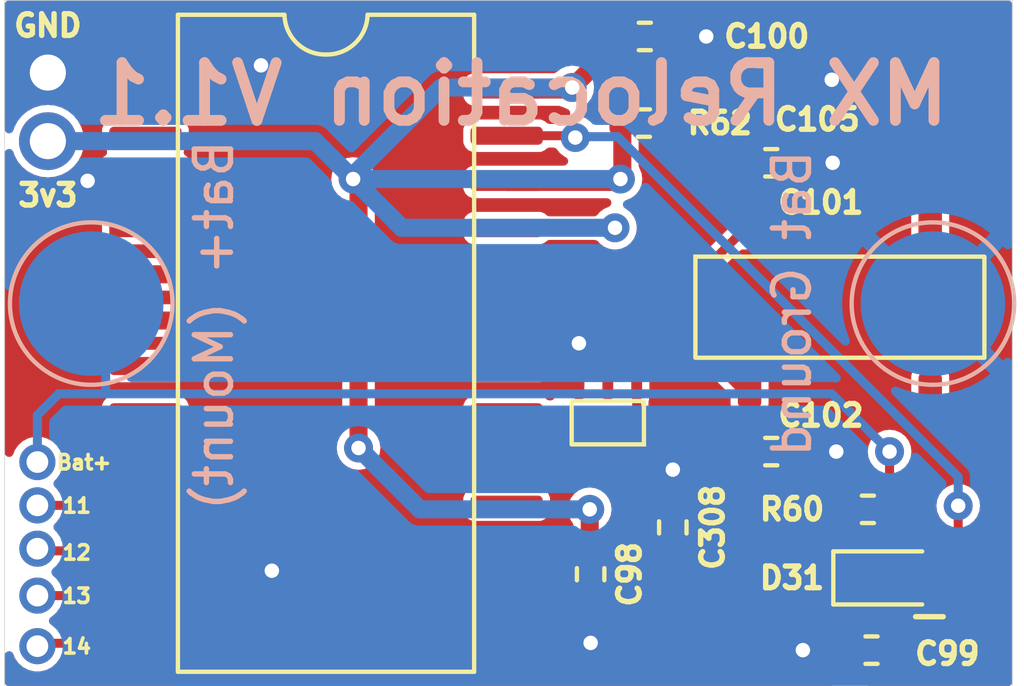
<source format=kicad_pcb>
(kicad_pcb (version 20221018) (generator pcbnew)
  (layers (0 "F.Cu" signal) (31 "B.Cu" signal) (34 "B.Paste" user) (35 "F.Paste" user) (36 "B.SilkS" user "B.Silkscreen") (37 "F.SilkS" user "F.Silkscreen") (38 "B.Mask" user) (39 "F.Mask" user) (44 "Edge.Cuts" user))
  (net 0 "")
  (net 1 "14Dat")
  (net 2 "13Dat")
  (net 3 "12Dat")
  (net 4 "11Dat")
  (net 5 "Gnd")
  (net 6 "3V3")
  (net 7 "U22_3")
  (net 8 "U22_5")
  (net 9 "X2_3")
  (net 10 "X2_1")
  (net 11 "Bat+0")
  (net 12 "Bat+1")
  (net 13 "Bat+2")
  (footprint "Resistor_SMD:R_0402_1005Metric_Pad0.72x0.64mm_HandSolder" (layer "F.Cu") (at 154.6 105.1 90)
    (fp_text reference "C308" (at 0 1.1 90) (layer "F.SilkS") (effects (font (size 0.6 0.6))))
    (fp_text value "R_0402_1005Metric_Pad0.72x0.64mm_HandSolder" hide)
    (fp_line (start -0.167621 -0.38) (end 0.167621 -0.38) (stroke (width 0.12)) (layer "F.SilkS"))
    (fp_line (start -0.167621 0.38) (end 0.167621 0.38) (stroke (width 0.12)) (layer "F.SilkS"))
    (pad "1" smd roundrect (at -0.5975 0 90) (size 0.715 0.64) (layers "F.Cu" "F.Paste" "F.Mask") (net 8 "U22_5"))
    (pad "2" smd roundrect (at 0.5975 0 90) (size 0.715 0.64) (layers "F.Cu" "F.Paste" "F.Mask") (net 5 "Gnd"))
  )
  (footprint "Resistor_SMD:R_0402_1005Metric_Pad0.72x0.64mm_HandSolder" (layer "F.Cu") (at 157.325 95)
    (fp_text reference "C101" (at 1.375 1.1) (layer "F.SilkS") (effects (font (size 0.6 0.6))))
    (fp_text value "R_0402_1005Metric_Pad0.72x0.64mm_HandSolder" hide)
    (fp_line (start -0.167621 -0.38) (end 0.167621 -0.38) (stroke (width 0.12)) (layer "F.SilkS"))
    (fp_line (start -0.167621 0.38) (end 0.167621 0.38) (stroke (width 0.12)) (layer "F.SilkS"))
    (pad "1" smd roundrect (at -0.5975 0) (size 0.715 0.64) (layers "F.Cu" "F.Paste" "F.Mask") (net 10 "X2_1"))
    (pad "2" smd roundrect (at 0.5975 0) (size 0.715 0.64) (layers "F.Cu" "F.Paste" "F.Mask") (net 5 "Gnd"))
  )
  (footprint "Resistor_SMD:R_0402_1005Metric_Pad0.72x0.64mm_HandSolder" (layer "F.Cu") (at 153.8 93.9)
    (fp_text reference "R62" (at 2.1 0) (layer "F.SilkS") (effects (font (size 0.6 0.6))))
    (fp_text value "R_0402_1005Metric_Pad0.72x0.64mm_HandSolder" hide)
    (fp_line (start -0.167621 -0.38) (end 0.167621 -0.38) (stroke (width 0.12)) (layer "F.SilkS"))
    (fp_line (start -0.167621 0.38) (end 0.167621 0.38) (stroke (width 0.12)) (layer "F.SilkS"))
    (pad "1" smd roundrect (at -0.5975 0) (size 0.715 0.64) (layers "F.Cu" "F.Paste" "F.Mask") (net 6 "3V3"))
    (pad "2" smd roundrect (at 0.5975 0) (size 0.715 0.64) (layers "F.Cu" "F.Paste" "F.Mask") (net 6 "3V3"))
  )
  (footprint "TestPoint:TestPoint_Pad_D4.0mm" (layer "F.Cu") (at 161.8 98.9)
    (fp_text reference "REF**" hide)
    (fp_text value "Bat Ground" (at -3.9 0 270) (layer "B.SilkS") (effects (justify mirror)))
    (fp_circle (center 0 0) (end 2.25 0) (stroke (width 0.12)) (fill none) (layer "B.SilkS"))
    (pad "1" smd circle (at 0 0) (size 4 4) (layers "B.Cu" "B.Mask") (net 5 "Gnd"))
  )
  (footprint "TestPoint:TestPoint_Pad_D4.0mm" (layer "F.Cu") (at 138.5 98.9)
    (fp_text reference "REF**" hide)
    (fp_text value "Bat+ (Mount)" (at 3.4 0.6 270) (layer "B.SilkS") (effects (justify mirror)))
    (fp_circle (center 0 0) (end 2.25 0) (stroke (width 0.12)) (fill none) (layer "B.SilkS"))
    (pad "1" smd circle (at 0 0) (size 4 4) (layers "B.Cu" "B.Mask") (net 11 "Bat+0"))
  )
  (footprint "Symbol:U22 Wii" (layer "F.Cu") (at 152.8 102.2)
    (fp_text reference "REF**" hide)
    (fp_text value "U22")
    (fp_rect (start 1 0.6) (end -1 -0.6) (stroke (width 0.12)) (fill none) (layer "F.SilkS"))
    (pad "1" smd roundrect (at -0.8 -1.05) (size 0.3 0.8) (layers "F.Cu" "F.Paste" "F.Mask") (net 5 "Gnd"))
    (pad "2" smd roundrect (at 0 -1.05) (size 0.3 0.8) (layers "F.Cu" "F.Paste" "F.Mask"))
    (pad "3" smd roundrect (at 0.8 -1.05) (size 0.3 0.8) (layers "F.Cu" "F.Paste" "F.Mask") (net 7 "U22_3"))
    (pad "4" smd roundrect (at -0.75 1.05) (size 0.4 0.8) (layers "F.Cu" "F.Paste" "F.Mask"))
    (pad "5" smd roundrect (at 0.75 1.05) (size 0.4 0.8) (layers "F.Cu" "F.Paste" "F.Mask") (net 8 "U22_5"))
  )
  (footprint "Resistor_SMD:R_0402_1005Metric_Pad0.72x0.64mm_HandSolder" (layer "F.Cu") (at 157.325 103)
    (fp_text reference "C102" (at 1.375 -1) (layer "F.SilkS") (effects (font (size 0.6 0.6))))
    (fp_text value "R_0402_1005Metric_Pad0.72x0.64mm_HandSolder" hide)
    (fp_line (start -0.167621 -0.38) (end 0.167621 -0.38) (stroke (width 0.12)) (layer "F.SilkS"))
    (fp_line (start -0.167621 0.38) (end 0.167621 0.38) (stroke (width 0.12)) (layer "F.SilkS"))
    (pad "1" smd roundrect (at -0.5975 0) (size 0.715 0.64) (layers "F.Cu" "F.Paste" "F.Mask") (net 9 "X2_3"))
    (pad "2" smd roundrect (at 0.5975 0) (size 0.715 0.64) (layers "F.Cu" "F.Paste" "F.Mask") (net 5 "Gnd"))
  )
  (footprint "Diode_SMD:D_0603_1608Metric_Pad1.05x0.95mm_HandSolder" (layer "F.Cu") (at 160.7025 106.5)
    (fp_text reference "D31" (at -2.8025 0) (layer "F.SilkS") (effects (font (size 0.6 0.6))))
    (fp_text value "D_0603_1608Metric_Pad1.05x0.95mm_HandSolder" hide)
    (fp_line (start -1.66 -0.735) (end -1.66 0.735) (stroke (width 0.12)) (layer "F.SilkS"))
    (fp_line (start -1.66 0.735) (end 0.8 0.735) (stroke (width 0.12)) (layer "F.SilkS"))
    (fp_line (start 0.8 -0.735) (end -1.66 -0.735) (stroke (width 0.12)) (layer "F.SilkS"))
    (pad "1" smd roundrect (at -0.875 0) (size 1.05 0.95) (layers "F.Cu" "F.Paste" "F.Mask") (net 12 "Bat+1"))
    (pad "2" smd roundrect (at 0.875 0) (size 1.05 0.95) (layers "F.Cu" "F.Paste" "F.Mask") (net 13 "Bat+2"))
  )
  (footprint "Symbol:MX Chip WiiGC" (layer "F.Cu") (at 145 100)
    (fp_text reference "Bot" hide)
    (fp_text value "MX Chip WiiGC")
    (fp_line (start -4.1 -9.1) (end -4.1 9.1) (stroke (width 0.12)) (layer "F.SilkS"))
    (fp_line (start -4.1 9.1) (end 4.1 9.1) (stroke (width 0.12)) (layer "F.SilkS"))
    (fp_line (start -1.15 -9.1) (end -4.1 -9.1) (stroke (width 0.12)) (layer "F.SilkS"))
    (fp_line (start 1.15 -9.1) (end 4.1 -9.1) (stroke (width 0.12)) (layer "F.SilkS"))
    (fp_line (start 4.1 -9.1) (end 4.1 9.1) (stroke (width 0.12)) (layer "F.SilkS"))
    (fp_arc (start 0 -8) (mid -0.802817 -8.311827) (end -1.15 -9.1) (stroke (width 0.12)) (layer "F.SilkS"))
    (fp_arc (start 1.15 -9.1) (mid 0.802817 -8.311827) (end 0 -8) (stroke (width 0.12)) (layer "F.SilkS"))
    (pad "1" smd roundrect (at -5 -8.31) (size 2 0.5) (layers "F.Cu" "F.Paste" "F.Mask"))
    (pad "1" smd roundrect (at 5 -8.31) (size 2 0.5) (layers "F.Cu" "F.Paste" "F.Mask"))
    (pad "2" smd roundrect (at -5 -7.03) (size 2 0.5) (layers "F.Cu" "F.Paste" "F.Mask"))
    (pad "2" smd roundrect (at 5 -7.03) (size 2 0.5) (layers "F.Cu" "F.Paste" "F.Mask") (net 6 "3V3"))
    (pad "3" smd roundrect (at -5 -5.75) (size 2 0.5) (layers "F.Cu" "F.Paste" "F.Mask"))
    (pad "3" smd roundrect (at 5 -5.75) (size 2 0.5) (layers "F.Cu" "F.Paste" "F.Mask") (net 13 "Bat+2"))
    (pad "4" smd roundrect (at -5 -4.47) (size 2 0.5) (layers "F.Cu" "F.Paste" "F.Mask") (net 5 "Gnd"))
    (pad "4" smd roundrect (at 5 -4.47) (size 2 0.5) (layers "F.Cu" "F.Paste" "F.Mask") (net 6 "3V3"))
    (pad "5" smd roundrect (at -5 -3.19) (size 2 0.5) (layers "F.Cu" "F.Paste" "F.Mask"))
    (pad "5" smd roundrect (at 5 -3.19) (size 2 0.5) (layers "F.Cu" "F.Paste" "F.Mask") (net 6 "3V3"))
    (pad "6" smd roundrect (at -5 -1.91) (size 2 0.5) (layers "F.Cu" "F.Paste" "F.Mask"))
    (pad "6" smd roundrect (at 5 -1.91) (size 2 0.5) (layers "F.Cu" "F.Paste" "F.Mask") (net 10 "X2_1"))
    (pad "7" smd roundrect (at -5 -0.63) (size 2 0.5) (layers "F.Cu" "F.Paste" "F.Mask"))
    (pad "7" smd roundrect (at 5 -0.63) (size 2 0.5) (layers "F.Cu" "F.Paste" "F.Mask") (net 9 "X2_3"))
    (pad "8" smd roundrect (at -5 0.63) (size 2 0.5) (layers "F.Cu" "F.Paste" "F.Mask"))
    (pad "8" smd roundrect (at 5 0.63) (size 2 0.5) (layers "F.Cu" "F.Paste" "F.Mask"))
    (pad "9" smd roundrect (at -5 1.91) (size 2 0.5) (layers "F.Cu" "F.Paste" "F.Mask"))
    (pad "9" smd roundrect (at 5 1.91) (size 2 0.5) (layers "F.Cu" "F.Paste" "F.Mask") (net 7 "U22_3"))
    (pad "10" smd roundrect (at -5 3.19) (size 2 0.5) (layers "F.Cu" "F.Paste" "F.Mask"))
    (pad "10" smd roundrect (at 5 3.19) (size 2 0.5) (layers "F.Cu" "F.Paste" "F.Mask"))
    (pad "11" smd roundrect (at -5 4.47) (size 2 0.5) (layers "F.Cu" "F.Paste" "F.Mask") (net 4 "11Dat"))
    (pad "11" smd roundrect (at 5 4.47) (size 2 0.5) (layers "F.Cu" "F.Paste" "F.Mask"))
    (pad "12" smd roundrect (at -5 5.75) (size 2 0.5) (layers "F.Cu" "F.Paste" "F.Mask") (net 3 "12Dat"))
    (pad "12" smd roundrect (at 5 5.75) (size 2 0.5) (layers "F.Cu" "F.Paste" "F.Mask") (net 6 "3V3"))
    (pad "13" smd roundrect (at -5 7.03) (size 2 0.5) (layers "F.Cu" "F.Paste" "F.Mask") (net 2 "13Dat"))
    (pad "13" smd roundrect (at 5 7.03) (size 2 0.5) (layers "F.Cu" "F.Paste" "F.Mask") (net 5 "Gnd"))
    (pad "14" smd roundrect (at -5 8.31) (size 2 0.5) (layers "F.Cu" "F.Paste" "F.Mask") (net 1 "14Dat"))
    (pad "14" smd roundrect (at 5 8.31) (size 2 0.5) (layers "F.Cu" "F.Paste" "F.Mask"))
  )
  (footprint "Resistor_SMD:R_0402_1005Metric_Pad0.72x0.64mm_HandSolder" (layer "F.Cu") (at 160 104.6)
    (fp_text reference "R60" (at -2.1 0) (layer "F.SilkS") (effects (font (size 0.6 0.6))))
    (fp_text value "R_0402_1005Metric_Pad0.72x0.64mm_HandSolder" hide)
    (fp_line (start -0.167621 -0.38) (end 0.167621 -0.38) (stroke (width 0.12)) (layer "F.SilkS"))
    (fp_line (start -0.167621 0.38) (end 0.167621 0.38) (stroke (width 0.12)) (layer "F.SilkS"))
    (pad "1" smd roundrect (at -0.5975 0) (size 0.715 0.64) (layers "F.Cu" "F.Paste" "F.Mask") (net 12 "Bat+1"))
    (pad "2" smd roundrect (at 0.5975 0) (size 0.715 0.64) (layers "F.Cu" "F.Paste" "F.Mask") (net 11 "Bat+0"))
  )
  (footprint "Resistor_SMD:R_0402_1005Metric_Pad0.72x0.64mm_HandSolder" (layer "F.Cu") (at 157.1 92.7)
    (fp_text reference "C105" (at 1.5 1.1) (layer "F.SilkS") (effects (font (size 0.6 0.6))))
    (fp_text value "R_0402_1005Metric_Pad0.72x0.64mm_HandSolder" hide)
    (fp_line (start -0.167621 -0.38) (end 0.167621 -0.38) (stroke (width 0.12)) (layer "F.SilkS"))
    (fp_line (start -0.167621 0.38) (end 0.167621 0.38) (stroke (width 0.12)) (layer "F.SilkS"))
    (pad "1" smd roundrect (at -0.5975 0) (size 0.715 0.64) (layers "F.Cu" "F.Paste" "F.Mask") (net 6 "3V3"))
    (pad "2" smd roundrect (at 0.5975 0) (size 0.715 0.64) (layers "F.Cu" "F.Paste" "F.Mask") (net 5 "Gnd"))
  )
  (footprint "Resistor_SMD:R_0402_1005Metric_Pad0.72x0.64mm_HandSolder" (layer "F.Cu") (at 152.325 106.3975 90)
    (fp_text reference "C98" (at -0.0025 1.075 90) (layer "F.SilkS") (effects (font (size 0.6 0.6))))
    (fp_text value "R_0402_1005Metric_Pad0.72x0.64mm_HandSolder" hide)
    (fp_line (start -0.167621 -0.38) (end 0.167621 -0.38) (stroke (width 0.12)) (layer "F.SilkS"))
    (fp_line (start -0.167621 0.38) (end 0.167621 0.38) (stroke (width 0.12)) (layer "F.SilkS"))
    (pad "1" smd roundrect (at -0.5975 0 90) (size 0.715 0.64) (layers "F.Cu" "F.Paste" "F.Mask") (net 5 "Gnd"))
    (pad "2" smd roundrect (at 0.5975 0 90) (size 0.715 0.64) (layers "F.Cu" "F.Paste" "F.Mask") (net 6 "3V3"))
  )
  (footprint "Symbol:Transducer X2 Wii" (layer "F.Cu") (at 159.225 99)
    (fp_text reference "REF**" hide)
    (fp_text value "X2")
    (fp_rect (start -4 -1.4) (end 4 1.4) (stroke (width 0.12)) (fill none) (layer "F.SilkS"))
    (pad "1" smd roundrect (at -2.5 -2.3 270) (size 1 0.65) (layers "F.Cu" "F.Paste" "F.Mask") (net 10 "X2_1"))
    (pad "2" smd roundrect (at 2.5 -2.3 270) (size 1 0.65) (layers "F.Cu" "F.Paste" "F.Mask"))
    (pad "3" smd roundrect (at -2.5 2.3 270) (size 1 0.65) (layers "F.Cu" "F.Paste" "F.Mask") (net 9 "X2_3"))
    (pad "4" smd roundrect (at 2.5 2.3 270) (size 1 0.65) (layers "F.Cu" "F.Paste" "F.Mask"))
  )
  (footprint "Resistor_SMD:R_0402_1005Metric_Pad0.72x0.64mm_HandSolder" (layer "F.Cu") (at 160.1 108.5)
    (fp_text reference "C99" (at 2.1 0.1) (layer "F.SilkS") (effects (font (size 0.6 0.6))))
    (fp_text value "R_0402_1005Metric_Pad0.72x0.64mm_HandSolder" hide)
    (fp_line (start -0.167621 -0.38) (end 0.167621 -0.38) (stroke (width 0.12)) (layer "F.SilkS"))
    (fp_line (start -0.167621 0.38) (end 0.167621 0.38) (stroke (width 0.12)) (layer "F.SilkS"))
    (pad "1" smd roundrect (at -0.5975 0) (size 0.715 0.64) (layers "F.Cu" "F.Paste" "F.Mask") (net 5 "Gnd"))
    (pad "2" smd roundrect (at 0.5975 0) (size 0.715 0.64) (layers "F.Cu" "F.Paste" "F.Mask") (net 13 "Bat+2"))
  )
  (footprint "Resistor_SMD:R_0402_1005Metric_Pad0.72x0.64mm_HandSolder" (layer "F.Cu") (at 153.825 91.5)
    (fp_text reference "C100" (at 3.375 0) (layer "F.SilkS") (effects (font (size 0.6 0.6))))
    (fp_text value "R_0402_1005Metric_Pad0.72x0.64mm_HandSolder" hide)
    (fp_line (start -0.167621 -0.38) (end 0.167621 -0.38) (stroke (width 0.12)) (layer "F.SilkS"))
    (fp_line (start -0.167621 0.38) (end 0.167621 0.38) (stroke (width 0.12)) (layer "F.SilkS"))
    (pad "1" smd roundrect (at -0.5975 0) (size 0.715 0.64) (layers "F.Cu" "F.Paste" "F.Mask") (net 6 "3V3"))
    (pad "2" smd roundrect (at 0.5975 0) (size 0.715 0.64) (layers "F.Cu" "F.Paste" "F.Mask") (net 5 "Gnd"))
  )
  (gr_rect (start 136.1 90.5) (end 164 109.5) (stroke (width 0.02)) (fill none) (layer "Edge.Cuts"))
  (gr_text "MX Relocation V1.1" (at 150.4 93.1) (layer "B.SilkS") (effects (font (size 1.6 1.6) (thickness 0.3)) (justify mirror)))
  (gr_text "13" (at 138.1 107) (layer "F.SilkS") (effects (font (size 0.4 0.4) (thickness 0.1))))
  (gr_text "Bat+" (at 138.3 103.3) (layer "F.SilkS") (effects (font (size 0.4 0.4) (thickness 0.1))))
  (gr_text "GND" (at 137.3 91.2) (layer "F.SilkS") (effects (font (size 0.6 0.6))))
  (gr_text "12" (at 138.1 105.8) (layer "F.SilkS") (effects (font (size 0.4 0.4) (thickness 0.1))))
  (gr_text "14" (at 138.1 108.4) (layer "F.SilkS") (effects (font (size 0.4 0.4) (thickness 0.1))))
  (gr_text "-" (at 161.7025 107.5) (layer "F.SilkS") (effects (font (size 1 1))))
  (gr_text "3v3" (at 137.3 95.9) (layer "F.SilkS") (effects (font (size 0.6 0.6))))
  (gr_text "11" (at 138.1 104.5) (layer "F.SilkS") (effects (font (size 0.4 0.4) (thickness 0.1))))
  (segment (start 137.09 108.31) (end 137.01 108.39) (width 0.25) (layer "F.Cu") (net 1))
  (segment (start 140 108.31) (end 137.09 108.31) (width 0.25) (layer "F.Cu") (net 1))
  (segment (start 137.1 108.3) (end 137.01 108.39) (width 0.25) (layer "F.Cu") (net 1))
  (via (at 137.01 108.39) (size 1) (drill 0.6) (layers "F.Cu" "B.Cu") (net 1))
  (segment (start 140 107.03) (end 139.96 106.99) (width 0.25) (layer "F.Cu") (net 2))
  (segment (start 137.04 107.02) (end 137.01 106.99) (width 0.25) (layer "F.Cu") (net 2))
  (segment (start 139.96 106.99) (end 137.01 106.99) (width 0.25) (layer "F.Cu") (net 2))
  (via (at 137.01 106.99) (size 1) (drill 0.6) (layers "F.Cu" "B.Cu") (net 2))
  (segment (start 137.06 105.74) (end 137.01 105.69) (width 0.25) (layer "F.Cu") (net 3))
  (segment (start 140 105.75) (end 137.07 105.75) (width 0.25) (layer "F.Cu") (net 3))
  (segment (start 137.07 105.75) (end 137.01 105.69) (width 0.25) (layer "F.Cu") (net 3))
  (via (at 137.01 105.69) (size 1) (drill 0.6) (layers "F.Cu" "B.Cu") (net 3))
  (segment (start 137.04 104.46) (end 137.01 104.49) (width 0.25) (layer "F.Cu") (net 4))
  (segment (start 140 104.47) (end 139.98 104.49) (width 0.25) (layer "F.Cu") (net 4))
  (segment (start 139.98 104.49) (end 137.01 104.49) (width 0.25) (layer "F.Cu") (net 4))
  (via (at 137.01 104.49) (size 1) (drill 0.6) (layers "F.Cu" "B.Cu") (net 4))
  (segment (start 154.6 104.5025) (end 154.6 103.5) (width 0.25) (layer "F.Cu") (net 5))
  (segment (start 159.125 103) (end 157.9225 103) (width 0.25) (layer "F.Cu") (net 5))
  (segment (start 157.6975 92.7) (end 159 92.7) (width 0.25) (layer "F.Cu") (net 5))
  (segment (start 158.2 108.5) (end 159.5025 108.5) (width 0.25) (layer "F.Cu") (net 5))
  (segment (start 140 95.53) (end 138.43 95.53) (width 0.25) (layer "F.Cu") (net 5))
  (segment (start 152.325 108.3) (end 152.325 106.995) (width 0.25) (layer "F.Cu") (net 5))
  (segment (start 152 100) (end 152 101.15) (width 0.25) (layer "F.Cu") (net 5))
  (segment (start 155.525 91.5) (end 154.4225 91.5) (width 0.25) (layer "F.Cu") (net 5))
  (segment (start 152.29 107.03) (end 152.325 106.995) (width 0.25) (layer "F.Cu") (net 5))
  (segment (start 138.43 95.53) (end 138.4 95.5) (width 0.25) (layer "F.Cu") (net 5))
  (segment (start 150 107.03) (end 152.29 107.03) (width 0.25) (layer "F.Cu") (net 5))
  (segment (start 159.025 95) (end 157.9225 95) (width 0.25) (layer "F.Cu") (net 5))
  (via (at 154.6 103.5) (size 0.8) (drill 0.4) (layers "F.Cu" "B.Cu") (net 5))
  (via (at 159 92.7) (size 0.8) (drill 0.4) (layers "F.Cu" "B.Cu") (net 5))
  (via (at 152 100) (size 0.8) (drill 0.4) (layers "F.Cu" "B.Cu") (net 5))
  (via (at 143.2 92.3) (size 0.8) (drill 0.4) (layers "F.Cu" "B.Cu") (net 5))
  (via (at 159.125 103) (size 0.8) (drill 0.4) (layers "F.Cu" "B.Cu") (net 5))
  (via (at 159.025 95) (size 0.8) (drill 0.4) (layers "F.Cu" "B.Cu") (net 5))
  (via (at 143.5 106.3) (size 0.8) (drill 0.4) (layers "F.Cu" "B.Cu") (net 5))
  (via (at 138.4 95.5) (size 0.8) (drill 0.4) (layers "F.Cu" "B.Cu") (net 5))
  (via (at 137.3 92.500497) (size 1.6) (drill 1) (layers "F.Cu" "B.Cu") (net 5))
  (via (at 155.525 91.5) (size 0.8) (drill 0.4) (layers "F.Cu" "B.Cu") (net 5))
  (via (at 152.325 108.3) (size 0.8) (drill 0.4) (layers "F.Cu" "B.Cu") (net 5))
  (via (at 158.2 108.5) (size 0.8) (drill 0.4) (layers "F.Cu" "B.Cu") (net 5))
  (segment (start 145.9 102.9) (end 145.9 95.4) (width 0.5) (layer "F.Cu") (net 6))
  (segment (start 153.2275 91.5) (end 153.2275 92.7275) (width 0.5) (layer "F.Cu") (net 6))
  (segment (start 153.3 92.8) (end 154.5 92.8) (width 0.5) (layer "F.Cu") (net 6))
  (segment (start 152.3 105.775) (end 152.325 105.8) (width 0.25) (layer "F.Cu") (net 6))
  (segment (start 155.3025 93.9) (end 156.5025 92.7) (width 0.5) (layer "F.Cu") (net 6))
  (segment (start 154.3975 93.9) (end 155.3025 93.9) (width 0.5) (layer "F.Cu") (net 6))
  (segment (start 150 95.53) (end 153.07 95.53) (width 0.5) (layer "F.Cu") (net 6))
  (segment (start 154.5 92.8) (end 154.5 93.7975) (width 0.5) (layer "F.Cu") (net 6))
  (segment (start 150 105.75) (end 152.275 105.75) (width 0.5) (layer "F.Cu") (net 6))
  (segment (start 150 96.81) (end 152.99 96.81) (width 0.25) (layer "F.Cu") (net 6))
  (segment (start 152.275 105.75) (end 152.325 105.8) (width 0.25) (layer "F.Cu") (net 6))
  (segment (start 153.07 95.53) (end 153.15 95.45) (width 0.25) (layer "F.Cu") (net 6))
  (segment (start 153.15 95.45) (end 153.2025 95.3975) (width 0.25) (layer "F.Cu") (net 6))
  (segment (start 153.2275 92.7275) (end 153.3 92.8) (width 0.25) (layer "F.Cu") (net 6))
  (segment (start 151.7575 92.97) (end 151.81375 92.91375) (width 0.25) (layer "F.Cu") (net 6))
  (segment (start 150 92.97) (end 151.7575 92.97) (width 0.5) (layer "F.Cu") (net 6))
  (segment (start 152.3 104.6) (end 152.3 105.775) (width 0.5) (layer "F.Cu") (net 6))
  (segment (start 151.81375 92.91375) (end 153.2275 91.5) (width 0.5) (layer "F.Cu") (net 6))
  (segment (start 153.2025 95.3975) (end 153.2025 93.9) (width 0.5) (layer "F.Cu") (net 6))
  (segment (start 152.99 96.81) (end 153 96.8) (width 0.25) (layer "F.Cu") (net 6))
  (segment (start 154.5 93.7975) (end 154.3975 93.9) (width 0.25) (layer "F.Cu") (net 6))
  (via (at 153 96.8) (size 0.8) (drill 0.4) (layers "F.Cu" "B.Cu") (net 6))
  (via (at 137.3 94.4) (size 1.6) (drill 1) (layers "F.Cu" "B.Cu") (net 6))
  (via (at 145.9 102.9) (size 0.8) (drill 0.4) (layers "F.Cu" "B.Cu") (net 6))
  (via (at 153.15 95.45) (size 0.8) (drill 0.4) (layers "F.Cu" "B.Cu") (net 6))
  (via (at 145.75 95.45) (size 0.8) (drill 0.4) (layers "F.Cu" "B.Cu") (net 6))
  (via (at 152.3 104.6) (size 0.8) (drill 0.4) (layers "F.Cu" "B.Cu") (net 6))
  (via (at 151.81375 92.91375) (size 0.8) (drill 0.4) (layers "F.Cu" "B.Cu") (net 6))
  (segment (start 145.75 95.45) (end 153.15 95.45) (width 0.5) (layer "B.Cu") (net 6))
  (segment (start 153 96.8) (end 147.1 96.8) (width 0.5) (layer "B.Cu") (net 6))
  (segment (start 144.7 94.4) (end 145.75 95.45) (width 0.5) (layer "B.Cu") (net 6))
  (segment (start 147.1 96.8) (end 145.75 95.45) (width 0.5) (layer "B.Cu") (net 6))
  (segment (start 137.3 94.4) (end 144.7 94.4) (width 0.5) (layer "B.Cu") (net 6))
  (segment (start 147.6 104.6) (end 145.9 102.9) (width 0.5) (layer "B.Cu") (net 6))
  (segment (start 151.81375 92.91375) (end 148.18625 92.91375) (width 0.5) (layer "B.Cu") (net 6))
  (segment (start 152.3 104.6) (end 147.6 104.6) (width 0.5) (layer "B.Cu") (net 6))
  (segment (start 148.18625 92.91375) (end 145.8 95.3) (width 0.5) (layer "B.Cu") (net 6))
  (segment (start 153.59 101.91) (end 150 101.91) (width 0.25) (layer "F.Cu") (net 7))
  (segment (start 153.6 101.15) (end 153.6 101.9) (width 0.25) (layer "F.Cu") (net 7))
  (segment (start 153.6 101.9) (end 153.59 101.91) (width 0.25) (layer "F.Cu") (net 7))
  (segment (start 153.55 105.75) (end 153.6 105.8) (width 0.25) (layer "F.Cu") (net 8))
  (segment (start 154.4975 105.8) (end 154.6 105.6975) (width 0.25) (layer "F.Cu") (net 8))
  (segment (start 153.6 105.8) (end 154.4975 105.8) (width 0.25) (layer "F.Cu") (net 8))
  (segment (start 153.55 103.25) (end 153.55 105.75) (width 0.25) (layer "F.Cu") (net 8))
  (segment (start 156.725 101.3) (end 156.725 102.9975) (width 0.25) (layer "F.Cu") (net 9))
  (segment (start 156.725 102.9975) (end 156.7275 103) (width 0.25) (layer "F.Cu") (net 9))
  (segment (start 154.595 99.37) (end 156.525 101.3) (width 0.25) (layer "F.Cu") (net 9))
  (segment (start 156.525 101.3) (end 156.725 101.3) (width 0.25) (layer "F.Cu") (net 9))
  (segment (start 150 99.37) (end 154.6 99.37) (width 0.25) (layer "F.Cu") (net 9))
  (segment (start 155.29 98.09) (end 155.3 98.1) (width 0.25) (layer "F.Cu") (net 10))
  (segment (start 155.335 98.09) (end 156.725 96.7) (width 0.25) (layer "F.Cu") (net 10))
  (segment (start 156.7275 95) (end 156.7275 96.6975) (width 0.25) (layer "F.Cu") (net 10))
  (segment (start 150 98.09) (end 155.29 98.09) (width 0.25) (layer "F.Cu") (net 10))
  (segment (start 156.7275 96.6975) (end 156.725 96.7) (width 0.25) (layer "F.Cu") (net 10))
  (segment (start 160.6 103) (end 160.6 104.5975) (width 0.25) (layer "F.Cu") (net 11))
  (segment (start 160.6 104.5975) (end 160.5975 104.6) (width 0.25) (layer "F.Cu") (net 11))
  (via (at 137.01 103.29) (size 1) (drill 0.6) (layers "F.Cu" "B.Cu") (net 11))
  (via (at 160.6 103) (size 0.8) (drill 0.4) (layers "F.Cu" "B.Cu") (net 11))
  (segment (start 137.6 101.4) (end 138.9 101.4) (width 0.25) (layer "B.Cu") (net 11))
  (segment (start 138.9 99) (end 139.1 98.8) (width 0.25) (layer "B.Cu") (net 11))
  (segment (start 138.9 101.4) (end 138.9 99) (width 0.25) (layer "B.Cu") (net 11))
  (segment (start 142.2 101.4) (end 159 101.4) (width 0.25) (layer "B.Cu") (net 11))
  (segment (start 138.9 101.4) (end 142.2 101.4) (width 0.25) (layer "B.Cu") (net 11))
  (segment (start 137.01 101.99) (end 137.6 101.4) (width 0.25) (layer "B.Cu") (net 11))
  (segment (start 137.01 103.29) (end 137.01 101.99) (width 0.25) (layer "B.Cu") (net 11))
  (segment (start 159 101.4) (end 160.6 103) (width 0.25) (layer "B.Cu") (net 11))
  (segment (start 159.4025 104.6) (end 159.4025 106.075) (width 0.25) (layer "F.Cu") (net 12))
  (segment (start 159.4025 106.075) (end 159.8275 106.5) (width 0.25) (layer "F.Cu") (net 12))
  (segment (start 162.5 105.5775) (end 161.5775 106.5) (width 0.25) (layer "F.Cu") (net 13))
  (segment (start 161.5775 108.4225) (end 161.5 108.5) (width 0.25) (layer "F.Cu") (net 13))
  (segment (start 162.5 104.5) (end 162.5 105.5775) (width 0.25) (layer "F.Cu") (net 13))
  (segment (start 161.5 108.5) (end 160.6975 108.5) (width 0.25) (layer "F.Cu") (net 13))
  (segment (start 151.85 94.25) (end 151.9 94.3) (width 0.25) (layer "F.Cu") (net 13))
  (segment (start 161.5775 106.5) (end 161.5775 108.4225) (width 0.25) (layer "F.Cu") (net 13))
  (segment (start 150 94.25) (end 151.85 94.25) (width 0.25) (layer "F.Cu") (net 13))
  (via (at 151.9 94.3) (size 0.8) (drill 0.4) (layers "F.Cu" "B.Cu") (net 13))
  (via (at 162.5 104.5) (size 0.8) (drill 0.4) (layers "F.Cu" "B.Cu") (net 13))
  (segment (start 153.075489 94.275489) (end 162.5 103.7) (width 0.25) (layer "B.Cu") (net 13))
  (segment (start 151.924511 94.275489) (end 153.075489 94.275489) (width 0.25) (layer "B.Cu") (net 13))
  (segment (start 151.9 94.3) (end 151.924511 94.275489) (width 0.25) (layer "B.Cu") (net 13))
  (segment (start 162.5 103.7) (end 162.5 104.5) (width 0.25) (layer "B.Cu") (net 13))
  (zone (net 5) (net_name "Gnd") (layers "F&B.Cu") (name "Normal GND") (connect_pads (clearance 0.1)) (min_thickness 0.254) (fill yes (thermal_gap 0.508) (thermal_bridge_width 0.508))
    (polygon (pts (xy 164 109.5) (xy 136.1 109.5) (xy 136.1 90.5) (xy 164 90.5)))
  )
)
</source>
